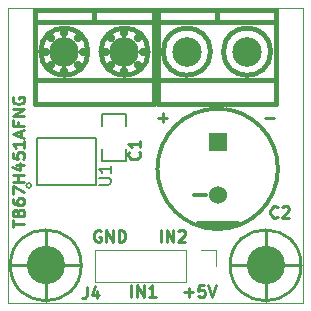
<source format=gbr>
%TF.GenerationSoftware,KiCad,Pcbnew,(7.0.0)*%
%TF.CreationDate,2023-08-29T19:29:08-03:00*%
%TF.ProjectId,Driver_TB67H451AFNG,44726976-6572-45f5-9442-363748343531,rev?*%
%TF.SameCoordinates,Original*%
%TF.FileFunction,Legend,Top*%
%TF.FilePolarity,Positive*%
%FSLAX46Y46*%
G04 Gerber Fmt 4.6, Leading zero omitted, Abs format (unit mm)*
G04 Created by KiCad (PCBNEW (7.0.0)) date 2023-08-29 19:29:08*
%MOMM*%
%LPD*%
G01*
G04 APERTURE LIST*
%ADD10C,0.250000*%
%ADD11C,0.200000*%
%ADD12C,0.381000*%
%ADD13C,0.254000*%
%ADD14C,0.150000*%
%ADD15C,0.120000*%
%ADD16C,0.304800*%
%ADD17C,0.300000*%
%ADD18C,0.127000*%
%ADD19C,2.500000*%
%ADD20C,3.250000*%
%ADD21R,1.524000X1.524000*%
%ADD22C,1.524000*%
%ADD23C,0.700000*%
%TA.AperFunction,Profile*%
%ADD24C,0.100000*%
%TD*%
G04 APERTURE END LIST*
D10*
X145672380Y-104844761D02*
X145672380Y-104273333D01*
X146672380Y-104559047D02*
X145672380Y-104559047D01*
X146148571Y-103606666D02*
X146196190Y-103463809D01*
X146196190Y-103463809D02*
X146243809Y-103416190D01*
X146243809Y-103416190D02*
X146339047Y-103368571D01*
X146339047Y-103368571D02*
X146481904Y-103368571D01*
X146481904Y-103368571D02*
X146577142Y-103416190D01*
X146577142Y-103416190D02*
X146624761Y-103463809D01*
X146624761Y-103463809D02*
X146672380Y-103559047D01*
X146672380Y-103559047D02*
X146672380Y-103939999D01*
X146672380Y-103939999D02*
X145672380Y-103939999D01*
X145672380Y-103939999D02*
X145672380Y-103606666D01*
X145672380Y-103606666D02*
X145720000Y-103511428D01*
X145720000Y-103511428D02*
X145767619Y-103463809D01*
X145767619Y-103463809D02*
X145862857Y-103416190D01*
X145862857Y-103416190D02*
X145958095Y-103416190D01*
X145958095Y-103416190D02*
X146053333Y-103463809D01*
X146053333Y-103463809D02*
X146100952Y-103511428D01*
X146100952Y-103511428D02*
X146148571Y-103606666D01*
X146148571Y-103606666D02*
X146148571Y-103939999D01*
X145672380Y-102511428D02*
X145672380Y-102701904D01*
X145672380Y-102701904D02*
X145720000Y-102797142D01*
X145720000Y-102797142D02*
X145767619Y-102844761D01*
X145767619Y-102844761D02*
X145910476Y-102939999D01*
X145910476Y-102939999D02*
X146100952Y-102987618D01*
X146100952Y-102987618D02*
X146481904Y-102987618D01*
X146481904Y-102987618D02*
X146577142Y-102939999D01*
X146577142Y-102939999D02*
X146624761Y-102892380D01*
X146624761Y-102892380D02*
X146672380Y-102797142D01*
X146672380Y-102797142D02*
X146672380Y-102606666D01*
X146672380Y-102606666D02*
X146624761Y-102511428D01*
X146624761Y-102511428D02*
X146577142Y-102463809D01*
X146577142Y-102463809D02*
X146481904Y-102416190D01*
X146481904Y-102416190D02*
X146243809Y-102416190D01*
X146243809Y-102416190D02*
X146148571Y-102463809D01*
X146148571Y-102463809D02*
X146100952Y-102511428D01*
X146100952Y-102511428D02*
X146053333Y-102606666D01*
X146053333Y-102606666D02*
X146053333Y-102797142D01*
X146053333Y-102797142D02*
X146100952Y-102892380D01*
X146100952Y-102892380D02*
X146148571Y-102939999D01*
X146148571Y-102939999D02*
X146243809Y-102987618D01*
X145672380Y-102082856D02*
X145672380Y-101416190D01*
X145672380Y-101416190D02*
X146672380Y-101844761D01*
X146672380Y-101035237D02*
X145672380Y-101035237D01*
X146148571Y-101035237D02*
X146148571Y-100463809D01*
X146672380Y-100463809D02*
X145672380Y-100463809D01*
X146005714Y-99559047D02*
X146672380Y-99559047D01*
X145624761Y-99797142D02*
X146339047Y-100035237D01*
X146339047Y-100035237D02*
X146339047Y-99416190D01*
X145672380Y-98559047D02*
X145672380Y-99035237D01*
X145672380Y-99035237D02*
X146148571Y-99082856D01*
X146148571Y-99082856D02*
X146100952Y-99035237D01*
X146100952Y-99035237D02*
X146053333Y-98939999D01*
X146053333Y-98939999D02*
X146053333Y-98701904D01*
X146053333Y-98701904D02*
X146100952Y-98606666D01*
X146100952Y-98606666D02*
X146148571Y-98559047D01*
X146148571Y-98559047D02*
X146243809Y-98511428D01*
X146243809Y-98511428D02*
X146481904Y-98511428D01*
X146481904Y-98511428D02*
X146577142Y-98559047D01*
X146577142Y-98559047D02*
X146624761Y-98606666D01*
X146624761Y-98606666D02*
X146672380Y-98701904D01*
X146672380Y-98701904D02*
X146672380Y-98939999D01*
X146672380Y-98939999D02*
X146624761Y-99035237D01*
X146624761Y-99035237D02*
X146577142Y-99082856D01*
X146672380Y-97559047D02*
X146672380Y-98130475D01*
X146672380Y-97844761D02*
X145672380Y-97844761D01*
X145672380Y-97844761D02*
X145815238Y-97939999D01*
X145815238Y-97939999D02*
X145910476Y-98035237D01*
X145910476Y-98035237D02*
X145958095Y-98130475D01*
X146386666Y-97178094D02*
X146386666Y-96701904D01*
X146672380Y-97273332D02*
X145672380Y-96939999D01*
X145672380Y-96939999D02*
X146672380Y-96606666D01*
X146148571Y-95939999D02*
X146148571Y-96273332D01*
X146672380Y-96273332D02*
X145672380Y-96273332D01*
X145672380Y-96273332D02*
X145672380Y-95797142D01*
X146672380Y-95416189D02*
X145672380Y-95416189D01*
X145672380Y-95416189D02*
X146672380Y-94844761D01*
X146672380Y-94844761D02*
X145672380Y-94844761D01*
X145720000Y-93844761D02*
X145672380Y-93939999D01*
X145672380Y-93939999D02*
X145672380Y-94082856D01*
X145672380Y-94082856D02*
X145720000Y-94225713D01*
X145720000Y-94225713D02*
X145815238Y-94320951D01*
X145815238Y-94320951D02*
X145910476Y-94368570D01*
X145910476Y-94368570D02*
X146100952Y-94416189D01*
X146100952Y-94416189D02*
X146243809Y-94416189D01*
X146243809Y-94416189D02*
X146434285Y-94368570D01*
X146434285Y-94368570D02*
X146529523Y-94320951D01*
X146529523Y-94320951D02*
X146624761Y-94225713D01*
X146624761Y-94225713D02*
X146672380Y-94082856D01*
X146672380Y-94082856D02*
X146672380Y-93987618D01*
X146672380Y-93987618D02*
X146624761Y-93844761D01*
X146624761Y-93844761D02*
X146577142Y-93797142D01*
X146577142Y-93797142D02*
X146243809Y-93797142D01*
X146243809Y-93797142D02*
X146243809Y-93987618D01*
X167841904Y-95608571D02*
X167080000Y-95608571D01*
X158238095Y-106112380D02*
X158238095Y-105112380D01*
X158714285Y-106112380D02*
X158714285Y-105112380D01*
X158714285Y-105112380D02*
X159285713Y-106112380D01*
X159285713Y-106112380D02*
X159285713Y-105112380D01*
X159714285Y-105207619D02*
X159761904Y-105160000D01*
X159761904Y-105160000D02*
X159857142Y-105112380D01*
X159857142Y-105112380D02*
X160095237Y-105112380D01*
X160095237Y-105112380D02*
X160190475Y-105160000D01*
X160190475Y-105160000D02*
X160238094Y-105207619D01*
X160238094Y-105207619D02*
X160285713Y-105302857D01*
X160285713Y-105302857D02*
X160285713Y-105398095D01*
X160285713Y-105398095D02*
X160238094Y-105540952D01*
X160238094Y-105540952D02*
X159666666Y-106112380D01*
X159666666Y-106112380D02*
X160285713Y-106112380D01*
X155738095Y-110762380D02*
X155738095Y-109762380D01*
X156214285Y-110762380D02*
X156214285Y-109762380D01*
X156214285Y-109762380D02*
X156785713Y-110762380D01*
X156785713Y-110762380D02*
X156785713Y-109762380D01*
X157785713Y-110762380D02*
X157214285Y-110762380D01*
X157499999Y-110762380D02*
X157499999Y-109762380D01*
X157499999Y-109762380D02*
X157404761Y-109905238D01*
X157404761Y-109905238D02*
X157309523Y-110000476D01*
X157309523Y-110000476D02*
X157214285Y-110048095D01*
X160198095Y-110381428D02*
X160960000Y-110381428D01*
X160579047Y-110762380D02*
X160579047Y-110000476D01*
X161912380Y-109762380D02*
X161436190Y-109762380D01*
X161436190Y-109762380D02*
X161388571Y-110238571D01*
X161388571Y-110238571D02*
X161436190Y-110190952D01*
X161436190Y-110190952D02*
X161531428Y-110143333D01*
X161531428Y-110143333D02*
X161769523Y-110143333D01*
X161769523Y-110143333D02*
X161864761Y-110190952D01*
X161864761Y-110190952D02*
X161912380Y-110238571D01*
X161912380Y-110238571D02*
X161959999Y-110333809D01*
X161959999Y-110333809D02*
X161959999Y-110571904D01*
X161959999Y-110571904D02*
X161912380Y-110667142D01*
X161912380Y-110667142D02*
X161864761Y-110714761D01*
X161864761Y-110714761D02*
X161769523Y-110762380D01*
X161769523Y-110762380D02*
X161531428Y-110762380D01*
X161531428Y-110762380D02*
X161436190Y-110714761D01*
X161436190Y-110714761D02*
X161388571Y-110667142D01*
X162245714Y-109762380D02*
X162579047Y-110762380D01*
X162579047Y-110762380D02*
X162912380Y-109762380D01*
X158768404Y-95608571D02*
X158006500Y-95608571D01*
X158387452Y-95227619D02*
X158387452Y-95989523D01*
X153121904Y-105160000D02*
X153026666Y-105112380D01*
X153026666Y-105112380D02*
X152883809Y-105112380D01*
X152883809Y-105112380D02*
X152740952Y-105160000D01*
X152740952Y-105160000D02*
X152645714Y-105255238D01*
X152645714Y-105255238D02*
X152598095Y-105350476D01*
X152598095Y-105350476D02*
X152550476Y-105540952D01*
X152550476Y-105540952D02*
X152550476Y-105683809D01*
X152550476Y-105683809D02*
X152598095Y-105874285D01*
X152598095Y-105874285D02*
X152645714Y-105969523D01*
X152645714Y-105969523D02*
X152740952Y-106064761D01*
X152740952Y-106064761D02*
X152883809Y-106112380D01*
X152883809Y-106112380D02*
X152979047Y-106112380D01*
X152979047Y-106112380D02*
X153121904Y-106064761D01*
X153121904Y-106064761D02*
X153169523Y-106017142D01*
X153169523Y-106017142D02*
X153169523Y-105683809D01*
X153169523Y-105683809D02*
X152979047Y-105683809D01*
X153598095Y-106112380D02*
X153598095Y-105112380D01*
X153598095Y-105112380D02*
X154169523Y-106112380D01*
X154169523Y-106112380D02*
X154169523Y-105112380D01*
X154645714Y-106112380D02*
X154645714Y-105112380D01*
X154645714Y-105112380D02*
X154883809Y-105112380D01*
X154883809Y-105112380D02*
X155026666Y-105160000D01*
X155026666Y-105160000D02*
X155121904Y-105255238D01*
X155121904Y-105255238D02*
X155169523Y-105350476D01*
X155169523Y-105350476D02*
X155217142Y-105540952D01*
X155217142Y-105540952D02*
X155217142Y-105683809D01*
X155217142Y-105683809D02*
X155169523Y-105874285D01*
X155169523Y-105874285D02*
X155121904Y-105969523D01*
X155121904Y-105969523D02*
X155026666Y-106064761D01*
X155026666Y-106064761D02*
X154883809Y-106112380D01*
X154883809Y-106112380D02*
X154645714Y-106112380D01*
D11*
%TO.C,U1*%
X152987380Y-101261904D02*
X153796904Y-101261904D01*
X153796904Y-101261904D02*
X153892142Y-101214285D01*
X153892142Y-101214285D02*
X153939761Y-101166666D01*
X153939761Y-101166666D02*
X153987380Y-101071428D01*
X153987380Y-101071428D02*
X153987380Y-100880952D01*
X153987380Y-100880952D02*
X153939761Y-100785714D01*
X153939761Y-100785714D02*
X153892142Y-100738095D01*
X153892142Y-100738095D02*
X153796904Y-100690476D01*
X153796904Y-100690476D02*
X152987380Y-100690476D01*
X153987380Y-99690476D02*
X153987380Y-100261904D01*
X153987380Y-99976190D02*
X152987380Y-99976190D01*
X152987380Y-99976190D02*
X153130238Y-100071428D01*
X153130238Y-100071428D02*
X153225476Y-100166666D01*
X153225476Y-100166666D02*
X153273095Y-100261904D01*
D10*
%TO.C,J4*%
X151956666Y-109897380D02*
X151956666Y-110611666D01*
X151956666Y-110611666D02*
X151909047Y-110754523D01*
X151909047Y-110754523D02*
X151813809Y-110849761D01*
X151813809Y-110849761D02*
X151670952Y-110897380D01*
X151670952Y-110897380D02*
X151575714Y-110897380D01*
X152861428Y-110230714D02*
X152861428Y-110897380D01*
X152623333Y-109849761D02*
X152385238Y-110564047D01*
X152385238Y-110564047D02*
X153004285Y-110564047D01*
%TO.C,C2*%
X168123333Y-103982142D02*
X168075714Y-104029761D01*
X168075714Y-104029761D02*
X167932857Y-104077380D01*
X167932857Y-104077380D02*
X167837619Y-104077380D01*
X167837619Y-104077380D02*
X167694762Y-104029761D01*
X167694762Y-104029761D02*
X167599524Y-103934523D01*
X167599524Y-103934523D02*
X167551905Y-103839285D01*
X167551905Y-103839285D02*
X167504286Y-103648809D01*
X167504286Y-103648809D02*
X167504286Y-103505952D01*
X167504286Y-103505952D02*
X167551905Y-103315476D01*
X167551905Y-103315476D02*
X167599524Y-103220238D01*
X167599524Y-103220238D02*
X167694762Y-103125000D01*
X167694762Y-103125000D02*
X167837619Y-103077380D01*
X167837619Y-103077380D02*
X167932857Y-103077380D01*
X167932857Y-103077380D02*
X168075714Y-103125000D01*
X168075714Y-103125000D02*
X168123333Y-103172619D01*
X168504286Y-103172619D02*
X168551905Y-103125000D01*
X168551905Y-103125000D02*
X168647143Y-103077380D01*
X168647143Y-103077380D02*
X168885238Y-103077380D01*
X168885238Y-103077380D02*
X168980476Y-103125000D01*
X168980476Y-103125000D02*
X169028095Y-103172619D01*
X169028095Y-103172619D02*
X169075714Y-103267857D01*
X169075714Y-103267857D02*
X169075714Y-103363095D01*
X169075714Y-103363095D02*
X169028095Y-103505952D01*
X169028095Y-103505952D02*
X168456667Y-104077380D01*
X168456667Y-104077380D02*
X169075714Y-104077380D01*
%TO.C,C1*%
X156382142Y-98489166D02*
X156429761Y-98536785D01*
X156429761Y-98536785D02*
X156477380Y-98679642D01*
X156477380Y-98679642D02*
X156477380Y-98774880D01*
X156477380Y-98774880D02*
X156429761Y-98917737D01*
X156429761Y-98917737D02*
X156334523Y-99012975D01*
X156334523Y-99012975D02*
X156239285Y-99060594D01*
X156239285Y-99060594D02*
X156048809Y-99108213D01*
X156048809Y-99108213D02*
X155905952Y-99108213D01*
X155905952Y-99108213D02*
X155715476Y-99060594D01*
X155715476Y-99060594D02*
X155620238Y-99012975D01*
X155620238Y-99012975D02*
X155525000Y-98917737D01*
X155525000Y-98917737D02*
X155477380Y-98774880D01*
X155477380Y-98774880D02*
X155477380Y-98679642D01*
X155477380Y-98679642D02*
X155525000Y-98536785D01*
X155525000Y-98536785D02*
X155572619Y-98489166D01*
X156477380Y-97536785D02*
X156477380Y-98108213D01*
X156477380Y-97822499D02*
X155477380Y-97822499D01*
X155477380Y-97822499D02*
X155620238Y-97917737D01*
X155620238Y-97917737D02*
X155715476Y-98012975D01*
X155715476Y-98012975D02*
X155763095Y-98108213D01*
D12*
%TO.C,J1*%
X167996500Y-94445000D02*
X167996500Y-86507500D01*
X167980000Y-92400000D02*
X157980000Y-92400000D01*
X167980000Y-87500000D02*
X157980000Y-87500000D01*
X167963500Y-86507500D02*
X157963500Y-86507500D01*
X162980000Y-87460000D02*
X162980000Y-86515500D01*
X157963500Y-94445000D02*
X167963500Y-94445000D01*
X157963500Y-86507500D02*
X157963500Y-94445000D01*
X167530000Y-90000000D02*
G75*
G03*
X167530000Y-90000000I-2000000J0D01*
G01*
X162430000Y-90000000D02*
G75*
G03*
X162430000Y-90000000I-2000000J0D01*
G01*
D13*
%TO.C,H2*%
X164100000Y-108090000D02*
X170100000Y-108090000D01*
X167100000Y-105090000D02*
X167100000Y-111090000D01*
X170100000Y-108090000D02*
G75*
G03*
X170100000Y-108090000I-3000000J0D01*
G01*
D14*
%TO.C,U1*%
X147750000Y-97330000D02*
X147750000Y-101330000D01*
X147750000Y-101330000D02*
X152750000Y-101330000D01*
X152750000Y-97330000D02*
X147750000Y-97330000D01*
X152750000Y-97330000D02*
X152750000Y-101230000D01*
X147250000Y-101330000D02*
G75*
G03*
X147250000Y-101330000I-200000J0D01*
G01*
D15*
%TO.C,J4*%
X162920000Y-106820000D02*
X162920000Y-108150000D01*
X161590000Y-106820000D02*
X162920000Y-106820000D01*
X160320000Y-106820000D02*
X152640000Y-106820000D01*
X160320000Y-106820000D02*
X160320000Y-109480000D01*
X152640000Y-106820000D02*
X152640000Y-109480000D01*
X160320000Y-109480000D02*
X152640000Y-109480000D01*
D13*
%TO.C,H1*%
X145490000Y-108090000D02*
X151490000Y-108090000D01*
X148490000Y-105090000D02*
X148490000Y-111090000D01*
X151490000Y-108090000D02*
G75*
G03*
X151490000Y-108090000I-3000000J0D01*
G01*
D16*
%TO.C,C2*%
X164740000Y-104520000D02*
X161340000Y-104520000D01*
X164340000Y-104720000D02*
X161740000Y-104720000D01*
X163840000Y-104920000D02*
X162240000Y-104920000D01*
D17*
X162040000Y-102170000D02*
X161040000Y-102170000D01*
D16*
X168140000Y-99920000D02*
G75*
G03*
X168140000Y-99920000I-5100000J0D01*
G01*
D14*
%TO.C,C1*%
X153250000Y-99282500D02*
X155250000Y-99282500D01*
X155250000Y-99282500D02*
X155250000Y-98282500D01*
X153250000Y-98282500D02*
X153250000Y-99282500D01*
D18*
X153250000Y-96282500D02*
X153250000Y-95282500D01*
X153250000Y-95282500D02*
X155250000Y-95282500D01*
X155250000Y-95282500D02*
X155250000Y-96282500D01*
D12*
%TO.C,J3*%
X157626500Y-94445000D02*
X157626500Y-86507500D01*
X157610000Y-92400000D02*
X147610000Y-92400000D01*
X157610000Y-87500000D02*
X147610000Y-87500000D01*
X157593500Y-86507500D02*
X147593500Y-86507500D01*
X152610000Y-87460000D02*
X152610000Y-86515500D01*
X147593500Y-94445000D02*
X157593500Y-94445000D01*
X147593500Y-86507500D02*
X147593500Y-94445000D01*
X157160000Y-90000000D02*
G75*
G03*
X157160000Y-90000000I-2000000J0D01*
G01*
X152060000Y-90000000D02*
G75*
G03*
X152060000Y-90000000I-2000000J0D01*
G01*
%TD*%
D19*
%TO.C,J1*%
X165520000Y-90000000D03*
X160440000Y-90000000D03*
%TD*%
D20*
%TO.C,H2*%
X167100000Y-108090000D03*
%TD*%
%TO.C,H1*%
X148490000Y-108090000D03*
%TD*%
D21*
%TO.C,C2*%
X163039999Y-97669999D03*
D22*
X163040000Y-102170000D03*
%TD*%
D23*
%TO.C,J3*%
X156750000Y-90000000D03*
X156280000Y-91120000D03*
X156280000Y-88880000D03*
X155150000Y-91600000D03*
D19*
X155150000Y-90000000D03*
D23*
X155150000Y-88400000D03*
X154010000Y-91120000D03*
X154010000Y-88880000D03*
X153560000Y-90000000D03*
X151670000Y-90000000D03*
X151200000Y-91120000D03*
X151200000Y-88880000D03*
X150070000Y-91600000D03*
D19*
X150070000Y-90000000D03*
D23*
X150070000Y-88400000D03*
X148930000Y-91120000D03*
X148930000Y-88880000D03*
X148480000Y-90000000D03*
%TD*%
D24*
X145290000Y-86280000D02*
X170290000Y-86280000D01*
X170290000Y-86280000D02*
X170290000Y-111280000D01*
X170290000Y-111280000D02*
X145290000Y-111280000D01*
X145290000Y-111280000D02*
X145290000Y-86280000D01*
M02*

</source>
